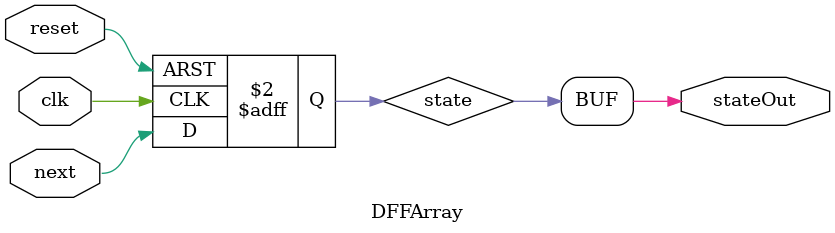
<source format=v>


module DFFArray #( parameter N = 1 )( input clk, input reset, input [N-1:0] next, output [N-1:0] stateOut );

	reg [N-1:0] state;

	// State changes
	always @( posedge clk, posedge reset )
	begin
		if( reset )
			state <= 0;
		else
			state <= next;
	end

	assign stateOut = state;

endmodule

</source>
